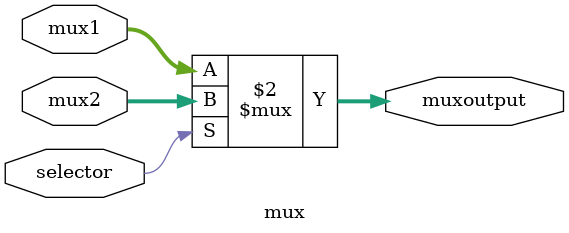
<source format=v>
`timescale 1ns / 1ps

// selector°¡ 0ÀÌ¸é mux1À», 0ÀÌ¸é mux0À» ¸®ÅÏ
module mux(
    mux1, mux2, muxoutput, selector
    );
    input [31:0] mux1;
    input [31:0] mux2;
    output [31:0] muxoutput;
    input selector;
    
    assign muxoutput = (selector == 0)?mux1 : mux2;
        
endmodule

</source>
